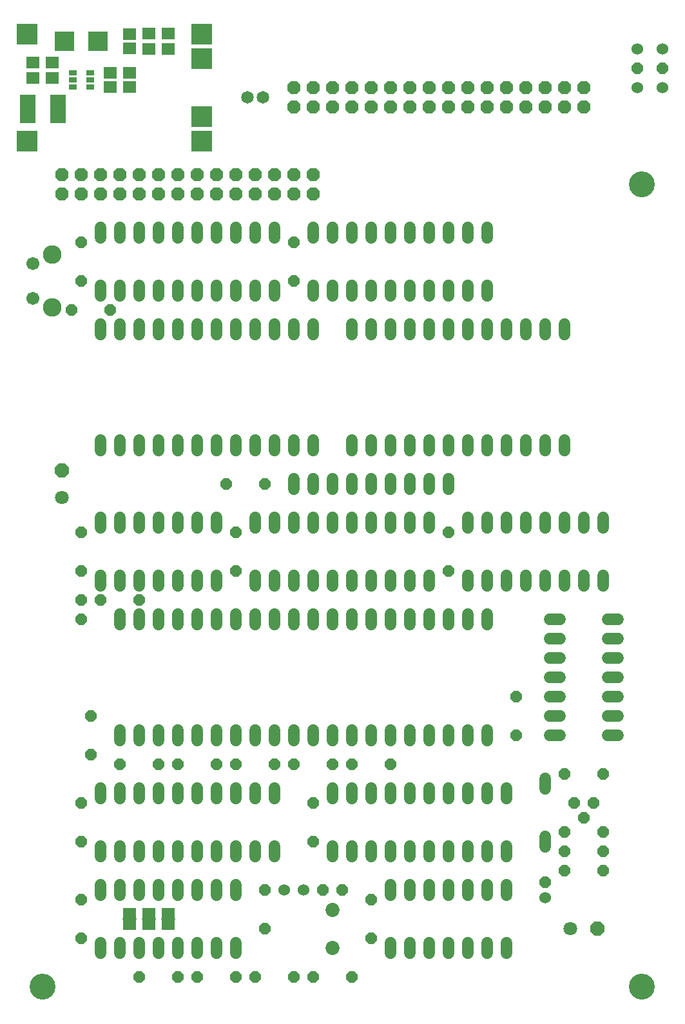
<source format=gbs>
G75*
%MOIN*%
%OFA0B0*%
%FSLAX25Y25*%
%IPPOS*%
%LPD*%
%AMOC8*
5,1,8,0,0,1.08239X$1,22.5*
%
%ADD10C,0.13398*%
%ADD11OC8,0.06000*%
%ADD12C,0.07296*%
%ADD13C,0.06000*%
%ADD14C,0.06000*%
%ADD15OC8,0.06800*%
%ADD16C,0.09658*%
%ADD17C,0.06737*%
%ADD18R,0.10800X0.10800*%
%ADD19R,0.04343X0.03162*%
%ADD20R,0.10249X0.10249*%
%ADD21R,0.07099X0.05918*%
%ADD22R,0.06706X0.05918*%
%ADD23R,0.07887X0.14973*%
%ADD24R,0.07100X0.05400*%
%ADD25R,0.07200X0.00600*%
%ADD26OC8,0.07100*%
%ADD27C,0.07100*%
%ADD28C,0.06500*%
D10*
X0026752Y0016500D03*
X0336752Y0016500D03*
X0336752Y0431500D03*
D11*
X0334256Y0491500D03*
X0347248Y0491500D03*
X0236752Y0251500D03*
X0236752Y0231500D03*
X0271752Y0166500D03*
X0271752Y0146500D03*
X0296752Y0126500D03*
X0301752Y0111500D03*
X0306752Y0104000D03*
X0311752Y0111500D03*
X0316752Y0096500D03*
X0316752Y0086500D03*
X0316752Y0076500D03*
X0296752Y0076500D03*
X0296752Y0086500D03*
X0296752Y0096500D03*
X0286752Y0070500D03*
X0316752Y0126500D03*
X0206752Y0131500D03*
X0186752Y0131500D03*
X0176752Y0131500D03*
X0166752Y0111500D03*
X0156752Y0131500D03*
X0146752Y0131500D03*
X0126752Y0131500D03*
X0116752Y0131500D03*
X0096752Y0131500D03*
X0086752Y0131500D03*
X0066752Y0131500D03*
X0051752Y0136500D03*
X0051752Y0156500D03*
X0046752Y0111500D03*
X0046752Y0091500D03*
X0046752Y0061500D03*
X0046752Y0041500D03*
X0076752Y0021500D03*
X0096752Y0021500D03*
X0106752Y0021500D03*
X0126752Y0021500D03*
X0136752Y0021500D03*
X0141752Y0046500D03*
X0141752Y0066500D03*
X0166752Y0091500D03*
X0171752Y0066500D03*
X0181752Y0066500D03*
X0196752Y0061500D03*
X0196752Y0041500D03*
X0186752Y0021500D03*
X0166752Y0021500D03*
X0156752Y0021500D03*
X0046752Y0206500D03*
X0046752Y0216500D03*
X0046752Y0231500D03*
X0056752Y0216500D03*
X0076752Y0216500D03*
X0046752Y0251500D03*
X0121752Y0276500D03*
X0126752Y0251500D03*
X0126752Y0231500D03*
X0141752Y0276500D03*
X0156752Y0381500D03*
X0156752Y0401500D03*
X0061752Y0366500D03*
X0046752Y0381500D03*
X0041752Y0366500D03*
X0046752Y0401500D03*
D12*
X0176752Y0056343D03*
X0176752Y0036657D03*
D13*
X0161752Y0066500D03*
X0151752Y0066500D03*
X0286752Y0062500D03*
X0334256Y0481500D03*
X0347248Y0481500D03*
X0347248Y0501500D03*
X0334256Y0501500D03*
D14*
X0256752Y0409100D02*
X0256752Y0403900D01*
X0246752Y0403900D02*
X0246752Y0409100D01*
X0236752Y0409100D02*
X0236752Y0403900D01*
X0226752Y0403900D02*
X0226752Y0409100D01*
X0216752Y0409100D02*
X0216752Y0403900D01*
X0206752Y0403900D02*
X0206752Y0409100D01*
X0196752Y0409100D02*
X0196752Y0403900D01*
X0186752Y0403900D02*
X0186752Y0409100D01*
X0176752Y0409100D02*
X0176752Y0403900D01*
X0166752Y0403900D02*
X0166752Y0409100D01*
X0166752Y0379100D02*
X0166752Y0373900D01*
X0176752Y0373900D02*
X0176752Y0379100D01*
X0186752Y0379100D02*
X0186752Y0373900D01*
X0196752Y0373900D02*
X0196752Y0379100D01*
X0206752Y0379100D02*
X0206752Y0373900D01*
X0216752Y0373900D02*
X0216752Y0379100D01*
X0226752Y0379100D02*
X0226752Y0373900D01*
X0236752Y0373900D02*
X0236752Y0379100D01*
X0246752Y0379100D02*
X0246752Y0373900D01*
X0256752Y0373900D02*
X0256752Y0379100D01*
X0256752Y0359100D02*
X0256752Y0353900D01*
X0266752Y0353900D02*
X0266752Y0359100D01*
X0276752Y0359100D02*
X0276752Y0353900D01*
X0286752Y0353900D02*
X0286752Y0359100D01*
X0296752Y0359100D02*
X0296752Y0353900D01*
X0296752Y0299100D02*
X0296752Y0293900D01*
X0286752Y0293900D02*
X0286752Y0299100D01*
X0276752Y0299100D02*
X0276752Y0293900D01*
X0266752Y0293900D02*
X0266752Y0299100D01*
X0256752Y0299100D02*
X0256752Y0293900D01*
X0246752Y0293900D02*
X0246752Y0299100D01*
X0236752Y0299100D02*
X0236752Y0293900D01*
X0236752Y0279100D02*
X0236752Y0273900D01*
X0226752Y0273900D02*
X0226752Y0279100D01*
X0226752Y0293900D02*
X0226752Y0299100D01*
X0216752Y0299100D02*
X0216752Y0293900D01*
X0206752Y0293900D02*
X0206752Y0299100D01*
X0196752Y0299100D02*
X0196752Y0293900D01*
X0196752Y0279100D02*
X0196752Y0273900D01*
X0186752Y0273900D02*
X0186752Y0279100D01*
X0186752Y0293900D02*
X0186752Y0299100D01*
X0176752Y0279100D02*
X0176752Y0273900D01*
X0166752Y0273900D02*
X0166752Y0279100D01*
X0166752Y0293900D02*
X0166752Y0299100D01*
X0156752Y0299100D02*
X0156752Y0293900D01*
X0156752Y0279100D02*
X0156752Y0273900D01*
X0156752Y0259100D02*
X0156752Y0253900D01*
X0146752Y0253900D02*
X0146752Y0259100D01*
X0136752Y0259100D02*
X0136752Y0253900D01*
X0116752Y0253900D02*
X0116752Y0259100D01*
X0106752Y0259100D02*
X0106752Y0253900D01*
X0096752Y0253900D02*
X0096752Y0259100D01*
X0086752Y0259100D02*
X0086752Y0253900D01*
X0076752Y0253900D02*
X0076752Y0259100D01*
X0066752Y0259100D02*
X0066752Y0253900D01*
X0056752Y0253900D02*
X0056752Y0259100D01*
X0056752Y0229100D02*
X0056752Y0223900D01*
X0066752Y0223900D02*
X0066752Y0229100D01*
X0076752Y0229100D02*
X0076752Y0223900D01*
X0086752Y0223900D02*
X0086752Y0229100D01*
X0096752Y0229100D02*
X0096752Y0223900D01*
X0106752Y0223900D02*
X0106752Y0229100D01*
X0116752Y0229100D02*
X0116752Y0223900D01*
X0116752Y0209100D02*
X0116752Y0203900D01*
X0106752Y0203900D02*
X0106752Y0209100D01*
X0096752Y0209100D02*
X0096752Y0203900D01*
X0086752Y0203900D02*
X0086752Y0209100D01*
X0076752Y0209100D02*
X0076752Y0203900D01*
X0066752Y0203900D02*
X0066752Y0209100D01*
X0066752Y0149100D02*
X0066752Y0143900D01*
X0076752Y0143900D02*
X0076752Y0149100D01*
X0086752Y0149100D02*
X0086752Y0143900D01*
X0096752Y0143900D02*
X0096752Y0149100D01*
X0106752Y0149100D02*
X0106752Y0143900D01*
X0116752Y0143900D02*
X0116752Y0149100D01*
X0126752Y0149100D02*
X0126752Y0143900D01*
X0136752Y0143900D02*
X0136752Y0149100D01*
X0146752Y0149100D02*
X0146752Y0143900D01*
X0156752Y0143900D02*
X0156752Y0149100D01*
X0166752Y0149100D02*
X0166752Y0143900D01*
X0176752Y0143900D02*
X0176752Y0149100D01*
X0186752Y0149100D02*
X0186752Y0143900D01*
X0196752Y0143900D02*
X0196752Y0149100D01*
X0206752Y0149100D02*
X0206752Y0143900D01*
X0216752Y0143900D02*
X0216752Y0149100D01*
X0226752Y0149100D02*
X0226752Y0143900D01*
X0236752Y0143900D02*
X0236752Y0149100D01*
X0246752Y0149100D02*
X0246752Y0143900D01*
X0256752Y0143900D02*
X0256752Y0149100D01*
X0256752Y0119100D02*
X0256752Y0113900D01*
X0266752Y0113900D02*
X0266752Y0119100D01*
X0246752Y0119100D02*
X0246752Y0113900D01*
X0236752Y0113900D02*
X0236752Y0119100D01*
X0226752Y0119100D02*
X0226752Y0113900D01*
X0216752Y0113900D02*
X0216752Y0119100D01*
X0206752Y0119100D02*
X0206752Y0113900D01*
X0196752Y0113900D02*
X0196752Y0119100D01*
X0186752Y0119100D02*
X0186752Y0113900D01*
X0176752Y0113900D02*
X0176752Y0119100D01*
X0176752Y0089100D02*
X0176752Y0083900D01*
X0186752Y0083900D02*
X0186752Y0089100D01*
X0196752Y0089100D02*
X0196752Y0083900D01*
X0206752Y0083900D02*
X0206752Y0089100D01*
X0216752Y0089100D02*
X0216752Y0083900D01*
X0216752Y0069100D02*
X0216752Y0063900D01*
X0206752Y0063900D02*
X0206752Y0069100D01*
X0226752Y0069100D02*
X0226752Y0063900D01*
X0236752Y0063900D02*
X0236752Y0069100D01*
X0236752Y0083900D02*
X0236752Y0089100D01*
X0226752Y0089100D02*
X0226752Y0083900D01*
X0246752Y0083900D02*
X0246752Y0089100D01*
X0256752Y0089100D02*
X0256752Y0083900D01*
X0266752Y0083900D02*
X0266752Y0089100D01*
X0266752Y0069100D02*
X0266752Y0063900D01*
X0256752Y0063900D02*
X0256752Y0069100D01*
X0246752Y0069100D02*
X0246752Y0063900D01*
X0246752Y0039100D02*
X0246752Y0033900D01*
X0236752Y0033900D02*
X0236752Y0039100D01*
X0226752Y0039100D02*
X0226752Y0033900D01*
X0216752Y0033900D02*
X0216752Y0039100D01*
X0206752Y0039100D02*
X0206752Y0033900D01*
X0256752Y0033900D02*
X0256752Y0039100D01*
X0266752Y0039100D02*
X0266752Y0033900D01*
X0286752Y0088900D02*
X0286752Y0094100D01*
X0286752Y0118900D02*
X0286752Y0124100D01*
X0289152Y0146500D02*
X0294352Y0146500D01*
X0294352Y0156500D02*
X0289152Y0156500D01*
X0289152Y0166500D02*
X0294352Y0166500D01*
X0294352Y0176500D02*
X0289152Y0176500D01*
X0289152Y0186500D02*
X0294352Y0186500D01*
X0294352Y0196500D02*
X0289152Y0196500D01*
X0289152Y0206500D02*
X0294352Y0206500D01*
X0296752Y0223900D02*
X0296752Y0229100D01*
X0306752Y0229100D02*
X0306752Y0223900D01*
X0316752Y0223900D02*
X0316752Y0229100D01*
X0319152Y0206500D02*
X0324352Y0206500D01*
X0324352Y0196500D02*
X0319152Y0196500D01*
X0319152Y0186500D02*
X0324352Y0186500D01*
X0324352Y0176500D02*
X0319152Y0176500D01*
X0319152Y0166500D02*
X0324352Y0166500D01*
X0324352Y0156500D02*
X0319152Y0156500D01*
X0319152Y0146500D02*
X0324352Y0146500D01*
X0286752Y0223900D02*
X0286752Y0229100D01*
X0276752Y0229100D02*
X0276752Y0223900D01*
X0266752Y0223900D02*
X0266752Y0229100D01*
X0256752Y0229100D02*
X0256752Y0223900D01*
X0246752Y0223900D02*
X0246752Y0229100D01*
X0246752Y0209100D02*
X0246752Y0203900D01*
X0236752Y0203900D02*
X0236752Y0209100D01*
X0226752Y0209100D02*
X0226752Y0203900D01*
X0216752Y0203900D02*
X0216752Y0209100D01*
X0206752Y0209100D02*
X0206752Y0203900D01*
X0196752Y0203900D02*
X0196752Y0209100D01*
X0186752Y0209100D02*
X0186752Y0203900D01*
X0176752Y0203900D02*
X0176752Y0209100D01*
X0166752Y0209100D02*
X0166752Y0203900D01*
X0156752Y0203900D02*
X0156752Y0209100D01*
X0146752Y0209100D02*
X0146752Y0203900D01*
X0136752Y0203900D02*
X0136752Y0209100D01*
X0126752Y0209100D02*
X0126752Y0203900D01*
X0136752Y0223900D02*
X0136752Y0229100D01*
X0146752Y0229100D02*
X0146752Y0223900D01*
X0156752Y0223900D02*
X0156752Y0229100D01*
X0166752Y0229100D02*
X0166752Y0223900D01*
X0176752Y0223900D02*
X0176752Y0229100D01*
X0186752Y0229100D02*
X0186752Y0223900D01*
X0196752Y0223900D02*
X0196752Y0229100D01*
X0206752Y0229100D02*
X0206752Y0223900D01*
X0216752Y0223900D02*
X0216752Y0229100D01*
X0226752Y0229100D02*
X0226752Y0223900D01*
X0226752Y0253900D02*
X0226752Y0259100D01*
X0216752Y0259100D02*
X0216752Y0253900D01*
X0206752Y0253900D02*
X0206752Y0259100D01*
X0196752Y0259100D02*
X0196752Y0253900D01*
X0186752Y0253900D02*
X0186752Y0259100D01*
X0176752Y0259100D02*
X0176752Y0253900D01*
X0166752Y0253900D02*
X0166752Y0259100D01*
X0146752Y0293900D02*
X0146752Y0299100D01*
X0136752Y0299100D02*
X0136752Y0293900D01*
X0126752Y0293900D02*
X0126752Y0299100D01*
X0116752Y0299100D02*
X0116752Y0293900D01*
X0106752Y0293900D02*
X0106752Y0299100D01*
X0096752Y0299100D02*
X0096752Y0293900D01*
X0086752Y0293900D02*
X0086752Y0299100D01*
X0076752Y0299100D02*
X0076752Y0293900D01*
X0066752Y0293900D02*
X0066752Y0299100D01*
X0056752Y0299100D02*
X0056752Y0293900D01*
X0056752Y0353900D02*
X0056752Y0359100D01*
X0066752Y0359100D02*
X0066752Y0353900D01*
X0076752Y0353900D02*
X0076752Y0359100D01*
X0086752Y0359100D02*
X0086752Y0353900D01*
X0096752Y0353900D02*
X0096752Y0359100D01*
X0106752Y0359100D02*
X0106752Y0353900D01*
X0116752Y0353900D02*
X0116752Y0359100D01*
X0126752Y0359100D02*
X0126752Y0353900D01*
X0136752Y0353900D02*
X0136752Y0359100D01*
X0146752Y0359100D02*
X0146752Y0353900D01*
X0156752Y0353900D02*
X0156752Y0359100D01*
X0166752Y0359100D02*
X0166752Y0353900D01*
X0186752Y0353900D02*
X0186752Y0359100D01*
X0196752Y0359100D02*
X0196752Y0353900D01*
X0206752Y0353900D02*
X0206752Y0359100D01*
X0216752Y0359100D02*
X0216752Y0353900D01*
X0226752Y0353900D02*
X0226752Y0359100D01*
X0236752Y0359100D02*
X0236752Y0353900D01*
X0246752Y0353900D02*
X0246752Y0359100D01*
X0216752Y0279100D02*
X0216752Y0273900D01*
X0206752Y0273900D02*
X0206752Y0279100D01*
X0246752Y0259100D02*
X0246752Y0253900D01*
X0256752Y0253900D02*
X0256752Y0259100D01*
X0266752Y0259100D02*
X0266752Y0253900D01*
X0276752Y0253900D02*
X0276752Y0259100D01*
X0286752Y0259100D02*
X0286752Y0253900D01*
X0296752Y0253900D02*
X0296752Y0259100D01*
X0306752Y0259100D02*
X0306752Y0253900D01*
X0316752Y0253900D02*
X0316752Y0259100D01*
X0256752Y0209100D02*
X0256752Y0203900D01*
X0146752Y0119100D02*
X0146752Y0113900D01*
X0136752Y0113900D02*
X0136752Y0119100D01*
X0126752Y0119100D02*
X0126752Y0113900D01*
X0116752Y0113900D02*
X0116752Y0119100D01*
X0106752Y0119100D02*
X0106752Y0113900D01*
X0096752Y0113900D02*
X0096752Y0119100D01*
X0086752Y0119100D02*
X0086752Y0113900D01*
X0076752Y0113900D02*
X0076752Y0119100D01*
X0066752Y0119100D02*
X0066752Y0113900D01*
X0056752Y0113900D02*
X0056752Y0119100D01*
X0056752Y0089100D02*
X0056752Y0083900D01*
X0056752Y0069100D02*
X0056752Y0063900D01*
X0066752Y0063900D02*
X0066752Y0069100D01*
X0066752Y0083900D02*
X0066752Y0089100D01*
X0076752Y0089100D02*
X0076752Y0083900D01*
X0086752Y0083900D02*
X0086752Y0089100D01*
X0096752Y0089100D02*
X0096752Y0083900D01*
X0096752Y0069100D02*
X0096752Y0063900D01*
X0086752Y0063900D02*
X0086752Y0069100D01*
X0076752Y0069100D02*
X0076752Y0063900D01*
X0076752Y0039100D02*
X0076752Y0033900D01*
X0086752Y0033900D02*
X0086752Y0039100D01*
X0096752Y0039100D02*
X0096752Y0033900D01*
X0106752Y0033900D02*
X0106752Y0039100D01*
X0116752Y0039100D02*
X0116752Y0033900D01*
X0126752Y0033900D02*
X0126752Y0039100D01*
X0126752Y0063900D02*
X0126752Y0069100D01*
X0126752Y0083900D02*
X0126752Y0089100D01*
X0136752Y0089100D02*
X0136752Y0083900D01*
X0146752Y0083900D02*
X0146752Y0089100D01*
X0116752Y0089100D02*
X0116752Y0083900D01*
X0116752Y0069100D02*
X0116752Y0063900D01*
X0106752Y0063900D02*
X0106752Y0069100D01*
X0106752Y0083900D02*
X0106752Y0089100D01*
X0066752Y0039100D02*
X0066752Y0033900D01*
X0056752Y0033900D02*
X0056752Y0039100D01*
X0056752Y0373900D02*
X0056752Y0379100D01*
X0066752Y0379100D02*
X0066752Y0373900D01*
X0076752Y0373900D02*
X0076752Y0379100D01*
X0086752Y0379100D02*
X0086752Y0373900D01*
X0096752Y0373900D02*
X0096752Y0379100D01*
X0106752Y0379100D02*
X0106752Y0373900D01*
X0116752Y0373900D02*
X0116752Y0379100D01*
X0126752Y0379100D02*
X0126752Y0373900D01*
X0136752Y0373900D02*
X0136752Y0379100D01*
X0146752Y0379100D02*
X0146752Y0373900D01*
X0146752Y0403900D02*
X0146752Y0409100D01*
X0136752Y0409100D02*
X0136752Y0403900D01*
X0126752Y0403900D02*
X0126752Y0409100D01*
X0116752Y0409100D02*
X0116752Y0403900D01*
X0106752Y0403900D02*
X0106752Y0409100D01*
X0096752Y0409100D02*
X0096752Y0403900D01*
X0086752Y0403900D02*
X0086752Y0409100D01*
X0076752Y0409100D02*
X0076752Y0403900D01*
X0066752Y0403900D02*
X0066752Y0409100D01*
X0056752Y0409100D02*
X0056752Y0403900D01*
D15*
X0056752Y0426500D03*
X0056752Y0436500D03*
X0046752Y0436500D03*
X0046752Y0426500D03*
X0036752Y0426500D03*
X0036752Y0436500D03*
X0066752Y0436500D03*
X0066752Y0426500D03*
X0076752Y0426500D03*
X0076752Y0436500D03*
X0086752Y0436500D03*
X0086752Y0426500D03*
X0096752Y0426500D03*
X0096752Y0436500D03*
X0106752Y0436500D03*
X0106752Y0426500D03*
X0116752Y0426500D03*
X0116752Y0436500D03*
X0126752Y0436500D03*
X0126752Y0426500D03*
X0136752Y0426500D03*
X0136752Y0436500D03*
X0146752Y0436500D03*
X0146752Y0426500D03*
X0156752Y0426500D03*
X0156752Y0436500D03*
X0166752Y0436500D03*
X0166752Y0426500D03*
X0166752Y0471500D03*
X0166752Y0481500D03*
X0176752Y0481500D03*
X0176752Y0471500D03*
X0186752Y0471500D03*
X0186752Y0481500D03*
X0196752Y0481500D03*
X0196752Y0471500D03*
X0206752Y0471500D03*
X0206752Y0481500D03*
X0216752Y0481500D03*
X0216752Y0471500D03*
X0226752Y0471500D03*
X0226752Y0481500D03*
X0236752Y0481500D03*
X0236752Y0471500D03*
X0246752Y0471500D03*
X0246752Y0481500D03*
X0256752Y0481500D03*
X0256752Y0471500D03*
X0266752Y0471500D03*
X0266752Y0481500D03*
X0276752Y0481500D03*
X0276752Y0471500D03*
X0286752Y0471500D03*
X0286752Y0481500D03*
X0296752Y0481500D03*
X0296752Y0471500D03*
X0306752Y0471500D03*
X0306752Y0481500D03*
X0156752Y0481500D03*
X0156752Y0471500D03*
D16*
X0031595Y0395280D03*
X0031595Y0367720D03*
D17*
X0021752Y0372642D03*
X0021752Y0390358D03*
D18*
X0018524Y0453941D03*
X0018524Y0509059D03*
X0109075Y0509059D03*
X0109075Y0496500D03*
X0109075Y0466500D03*
X0109075Y0453941D03*
D19*
X0051280Y0481760D03*
X0051280Y0485500D03*
X0051280Y0489240D03*
X0042225Y0489240D03*
X0042225Y0485500D03*
X0042225Y0481760D03*
D20*
X0038091Y0505500D03*
X0055414Y0505500D03*
D21*
X0031752Y0494437D03*
X0031752Y0486563D03*
X0021752Y0486563D03*
X0021752Y0494437D03*
X0081752Y0501563D03*
X0081752Y0509437D03*
X0091752Y0509437D03*
X0091752Y0501563D03*
D22*
X0071752Y0501760D03*
X0071752Y0509240D03*
X0071752Y0489240D03*
X0071752Y0481760D03*
X0061752Y0481760D03*
X0061752Y0489240D03*
D23*
X0034626Y0470500D03*
X0018878Y0470500D03*
D24*
X0071752Y0054500D03*
X0071752Y0048500D03*
X0081752Y0048500D03*
X0081752Y0054500D03*
X0091752Y0054500D03*
X0091752Y0048500D03*
D25*
X0091752Y0051500D03*
X0081752Y0051500D03*
X0071752Y0051500D03*
D26*
X0036752Y0283500D03*
X0313752Y0046500D03*
D27*
X0299752Y0046500D03*
X0036752Y0269500D03*
D28*
X0132815Y0476500D03*
X0140689Y0476500D03*
M02*

</source>
